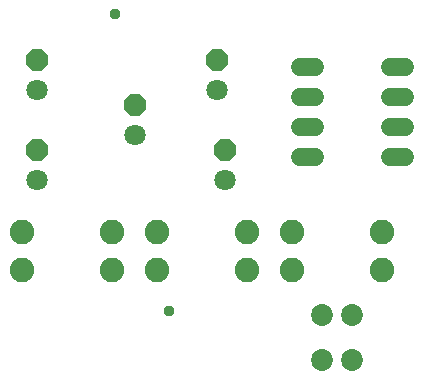
<source format=gbr>
G04 EAGLE Gerber RS-274X export*
G75*
%MOMM*%
%FSLAX34Y34*%
%LPD*%
%INSoldermask Bottom*%
%IPPOS*%
%AMOC8*
5,1,8,0,0,1.08239X$1,22.5*%
G01*
%ADD10P,1.951982X8X112.500000*%
%ADD11C,1.803400*%
%ADD12C,1.524000*%
%ADD13C,2.082800*%
%ADD14C,1.854200*%
%ADD15C,0.959600*%


D10*
X184150Y400050D03*
D11*
X184150Y374650D03*
D12*
X323596Y431800D02*
X336804Y431800D01*
X336804Y406400D02*
X323596Y406400D01*
X323596Y381000D02*
X336804Y381000D01*
X336804Y355600D02*
X323596Y355600D01*
X399796Y355600D02*
X413004Y355600D01*
X413004Y381000D02*
X399796Y381000D01*
X399796Y406400D02*
X413004Y406400D01*
X413004Y431800D02*
X399796Y431800D01*
D13*
X165100Y292100D03*
X88900Y292100D03*
X165100Y260350D03*
X88900Y260350D03*
X279400Y292100D03*
X203200Y292100D03*
X279400Y260350D03*
X203200Y260350D03*
X317500Y260350D03*
X393700Y260350D03*
X317500Y292100D03*
X393700Y292100D03*
D14*
X368300Y222250D03*
X342900Y222250D03*
D10*
X101600Y438150D03*
D11*
X101600Y412750D03*
D10*
X254000Y438150D03*
D11*
X254000Y412750D03*
D10*
X101600Y361950D03*
D11*
X101600Y336550D03*
D10*
X260350Y361950D03*
D11*
X260350Y336550D03*
D14*
X342900Y184150D03*
X368300Y184150D03*
D15*
X167640Y477012D03*
X213360Y225552D03*
M02*

</source>
